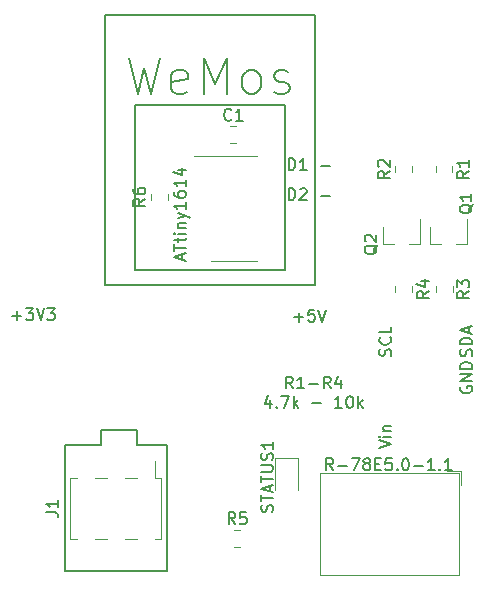
<source format=gto>
G04 #@! TF.GenerationSoftware,KiCad,Pcbnew,(5.1.5-0-10_14)*
G04 #@! TF.CreationDate,2020-10-21T13:28:45+02:00*
G04 #@! TF.ProjectId,ithowifi,6974686f-7769-4666-992e-6b696361645f,rev?*
G04 #@! TF.SameCoordinates,Original*
G04 #@! TF.FileFunction,Legend,Top*
G04 #@! TF.FilePolarity,Positive*
%FSLAX46Y46*%
G04 Gerber Fmt 4.6, Leading zero omitted, Abs format (unit mm)*
G04 Created by KiCad (PCBNEW (5.1.5-0-10_14)) date 2020-10-21 13:28:45*
%MOMM*%
%LPD*%
G04 APERTURE LIST*
%ADD10C,0.150000*%
%ADD11C,0.120000*%
G04 APERTURE END LIST*
D10*
X98806000Y-149352000D02*
X98806000Y-138684000D01*
X90170000Y-149352000D02*
X98806000Y-149352000D01*
X90170000Y-138684000D02*
X90170000Y-149352000D01*
X93218000Y-138684000D02*
X90170000Y-138684000D01*
X93218000Y-137414000D02*
X93218000Y-138684000D01*
X96266000Y-137414000D02*
X93218000Y-137414000D01*
X96266000Y-138684000D02*
X96266000Y-137414000D01*
X98806000Y-138684000D02*
X96266000Y-138684000D01*
X109132904Y-117927380D02*
X109132904Y-116927380D01*
X109371000Y-116927380D01*
X109513857Y-116975000D01*
X109609095Y-117070238D01*
X109656714Y-117165476D01*
X109704333Y-117355952D01*
X109704333Y-117498809D01*
X109656714Y-117689285D01*
X109609095Y-117784523D01*
X109513857Y-117879761D01*
X109371000Y-117927380D01*
X109132904Y-117927380D01*
X110085285Y-117022619D02*
X110132904Y-116975000D01*
X110228142Y-116927380D01*
X110466238Y-116927380D01*
X110561476Y-116975000D01*
X110609095Y-117022619D01*
X110656714Y-117117857D01*
X110656714Y-117213095D01*
X110609095Y-117355952D01*
X110037666Y-117927380D01*
X110656714Y-117927380D01*
X111847190Y-117546428D02*
X112609095Y-117546428D01*
X109132904Y-115387380D02*
X109132904Y-114387380D01*
X109371000Y-114387380D01*
X109513857Y-114435000D01*
X109609095Y-114530238D01*
X109656714Y-114625476D01*
X109704333Y-114815952D01*
X109704333Y-114958809D01*
X109656714Y-115149285D01*
X109609095Y-115244523D01*
X109513857Y-115339761D01*
X109371000Y-115387380D01*
X109132904Y-115387380D01*
X110656714Y-115387380D02*
X110085285Y-115387380D01*
X110371000Y-115387380D02*
X110371000Y-114387380D01*
X110275761Y-114530238D01*
X110180523Y-114625476D01*
X110085285Y-114673095D01*
X111847190Y-115006428D02*
X112609095Y-115006428D01*
X85741095Y-127706428D02*
X86503000Y-127706428D01*
X86122047Y-128087380D02*
X86122047Y-127325476D01*
X86883952Y-127087380D02*
X87503000Y-127087380D01*
X87169666Y-127468333D01*
X87312523Y-127468333D01*
X87407761Y-127515952D01*
X87455380Y-127563571D01*
X87503000Y-127658809D01*
X87503000Y-127896904D01*
X87455380Y-127992142D01*
X87407761Y-128039761D01*
X87312523Y-128087380D01*
X87026809Y-128087380D01*
X86931571Y-128039761D01*
X86883952Y-127992142D01*
X87788714Y-127087380D02*
X88122047Y-128087380D01*
X88455380Y-127087380D01*
X88693476Y-127087380D02*
X89312523Y-127087380D01*
X88979190Y-127468333D01*
X89122047Y-127468333D01*
X89217285Y-127515952D01*
X89264904Y-127563571D01*
X89312523Y-127658809D01*
X89312523Y-127896904D01*
X89264904Y-127992142D01*
X89217285Y-128039761D01*
X89122047Y-128087380D01*
X88836333Y-128087380D01*
X88741095Y-128039761D01*
X88693476Y-127992142D01*
X109585285Y-127833428D02*
X110347190Y-127833428D01*
X109966238Y-128214380D02*
X109966238Y-127452476D01*
X111299571Y-127214380D02*
X110823380Y-127214380D01*
X110775761Y-127690571D01*
X110823380Y-127642952D01*
X110918619Y-127595333D01*
X111156714Y-127595333D01*
X111251952Y-127642952D01*
X111299571Y-127690571D01*
X111347190Y-127785809D01*
X111347190Y-128023904D01*
X111299571Y-128119142D01*
X111251952Y-128166761D01*
X111156714Y-128214380D01*
X110918619Y-128214380D01*
X110823380Y-128166761D01*
X110775761Y-128119142D01*
X111632904Y-127214380D02*
X111966238Y-128214380D01*
X112299571Y-127214380D01*
X109490095Y-133866380D02*
X109156761Y-133390190D01*
X108918666Y-133866380D02*
X108918666Y-132866380D01*
X109299619Y-132866380D01*
X109394857Y-132914000D01*
X109442476Y-132961619D01*
X109490095Y-133056857D01*
X109490095Y-133199714D01*
X109442476Y-133294952D01*
X109394857Y-133342571D01*
X109299619Y-133390190D01*
X108918666Y-133390190D01*
X110442476Y-133866380D02*
X109871047Y-133866380D01*
X110156761Y-133866380D02*
X110156761Y-132866380D01*
X110061523Y-133009238D01*
X109966285Y-133104476D01*
X109871047Y-133152095D01*
X110871047Y-133485428D02*
X111632952Y-133485428D01*
X112680571Y-133866380D02*
X112347238Y-133390190D01*
X112109142Y-133866380D02*
X112109142Y-132866380D01*
X112490095Y-132866380D01*
X112585333Y-132914000D01*
X112632952Y-132961619D01*
X112680571Y-133056857D01*
X112680571Y-133199714D01*
X112632952Y-133294952D01*
X112585333Y-133342571D01*
X112490095Y-133390190D01*
X112109142Y-133390190D01*
X113537714Y-133199714D02*
X113537714Y-133866380D01*
X113299619Y-132818761D02*
X113061523Y-133533047D01*
X113680571Y-133533047D01*
X107585333Y-134849714D02*
X107585333Y-135516380D01*
X107347238Y-134468761D02*
X107109142Y-135183047D01*
X107728190Y-135183047D01*
X108109142Y-135421142D02*
X108156761Y-135468761D01*
X108109142Y-135516380D01*
X108061523Y-135468761D01*
X108109142Y-135421142D01*
X108109142Y-135516380D01*
X108490095Y-134516380D02*
X109156761Y-134516380D01*
X108728190Y-135516380D01*
X109537714Y-135516380D02*
X109537714Y-134516380D01*
X109632952Y-135135428D02*
X109918666Y-135516380D01*
X109918666Y-134849714D02*
X109537714Y-135230666D01*
X111109142Y-135135428D02*
X111871047Y-135135428D01*
X113632952Y-135516380D02*
X113061523Y-135516380D01*
X113347238Y-135516380D02*
X113347238Y-134516380D01*
X113252000Y-134659238D01*
X113156761Y-134754476D01*
X113061523Y-134802095D01*
X114252000Y-134516380D02*
X114347238Y-134516380D01*
X114442476Y-134564000D01*
X114490095Y-134611619D01*
X114537714Y-134706857D01*
X114585333Y-134897333D01*
X114585333Y-135135428D01*
X114537714Y-135325904D01*
X114490095Y-135421142D01*
X114442476Y-135468761D01*
X114347238Y-135516380D01*
X114252000Y-135516380D01*
X114156761Y-135468761D01*
X114109142Y-135421142D01*
X114061523Y-135325904D01*
X114013904Y-135135428D01*
X114013904Y-134897333D01*
X114061523Y-134706857D01*
X114109142Y-134611619D01*
X114156761Y-134564000D01*
X114252000Y-134516380D01*
X115013904Y-135516380D02*
X115013904Y-134516380D01*
X115109142Y-135135428D02*
X115394857Y-135516380D01*
X115394857Y-134849714D02*
X115013904Y-135230666D01*
X116800380Y-138945809D02*
X117800380Y-138612476D01*
X116800380Y-138279142D01*
X117800380Y-137945809D02*
X117133714Y-137945809D01*
X116800380Y-137945809D02*
X116848000Y-137993428D01*
X116895619Y-137945809D01*
X116848000Y-137898190D01*
X116800380Y-137945809D01*
X116895619Y-137945809D01*
X117133714Y-137469619D02*
X117800380Y-137469619D01*
X117228952Y-137469619D02*
X117181333Y-137422000D01*
X117133714Y-137326761D01*
X117133714Y-137183904D01*
X117181333Y-137088666D01*
X117276571Y-137041047D01*
X117800380Y-137041047D01*
X123706000Y-133730904D02*
X123658380Y-133826142D01*
X123658380Y-133969000D01*
X123706000Y-134111857D01*
X123801238Y-134207095D01*
X123896476Y-134254714D01*
X124086952Y-134302333D01*
X124229809Y-134302333D01*
X124420285Y-134254714D01*
X124515523Y-134207095D01*
X124610761Y-134111857D01*
X124658380Y-133969000D01*
X124658380Y-133873761D01*
X124610761Y-133730904D01*
X124563142Y-133683285D01*
X124229809Y-133683285D01*
X124229809Y-133873761D01*
X124658380Y-133254714D02*
X123658380Y-133254714D01*
X124658380Y-132683285D01*
X123658380Y-132683285D01*
X124658380Y-132207095D02*
X123658380Y-132207095D01*
X123658380Y-131969000D01*
X123706000Y-131826142D01*
X123801238Y-131730904D01*
X123896476Y-131683285D01*
X124086952Y-131635666D01*
X124229809Y-131635666D01*
X124420285Y-131683285D01*
X124515523Y-131730904D01*
X124610761Y-131826142D01*
X124658380Y-131969000D01*
X124658380Y-132207095D01*
X117752761Y-131111476D02*
X117800380Y-130968619D01*
X117800380Y-130730523D01*
X117752761Y-130635285D01*
X117705142Y-130587666D01*
X117609904Y-130540047D01*
X117514666Y-130540047D01*
X117419428Y-130587666D01*
X117371809Y-130635285D01*
X117324190Y-130730523D01*
X117276571Y-130921000D01*
X117228952Y-131016238D01*
X117181333Y-131063857D01*
X117086095Y-131111476D01*
X116990857Y-131111476D01*
X116895619Y-131063857D01*
X116848000Y-131016238D01*
X116800380Y-130921000D01*
X116800380Y-130682904D01*
X116848000Y-130540047D01*
X117705142Y-129540047D02*
X117752761Y-129587666D01*
X117800380Y-129730523D01*
X117800380Y-129825761D01*
X117752761Y-129968619D01*
X117657523Y-130063857D01*
X117562285Y-130111476D01*
X117371809Y-130159095D01*
X117228952Y-130159095D01*
X117038476Y-130111476D01*
X116943238Y-130063857D01*
X116848000Y-129968619D01*
X116800380Y-129825761D01*
X116800380Y-129730523D01*
X116848000Y-129587666D01*
X116895619Y-129540047D01*
X117800380Y-128635285D02*
X117800380Y-129111476D01*
X116800380Y-129111476D01*
X124610761Y-131135285D02*
X124658380Y-130992428D01*
X124658380Y-130754333D01*
X124610761Y-130659095D01*
X124563142Y-130611476D01*
X124467904Y-130563857D01*
X124372666Y-130563857D01*
X124277428Y-130611476D01*
X124229809Y-130659095D01*
X124182190Y-130754333D01*
X124134571Y-130944809D01*
X124086952Y-131040047D01*
X124039333Y-131087666D01*
X123944095Y-131135285D01*
X123848857Y-131135285D01*
X123753619Y-131087666D01*
X123706000Y-131040047D01*
X123658380Y-130944809D01*
X123658380Y-130706714D01*
X123706000Y-130563857D01*
X124658380Y-130135285D02*
X123658380Y-130135285D01*
X123658380Y-129897190D01*
X123706000Y-129754333D01*
X123801238Y-129659095D01*
X123896476Y-129611476D01*
X124086952Y-129563857D01*
X124229809Y-129563857D01*
X124420285Y-129611476D01*
X124515523Y-129659095D01*
X124610761Y-129754333D01*
X124658380Y-129897190D01*
X124658380Y-130135285D01*
X124372666Y-129182904D02*
X124372666Y-128706714D01*
X124658380Y-129278142D02*
X123658380Y-128944809D01*
X124658380Y-128611476D01*
D11*
X108006000Y-139793000D02*
X108006000Y-142478000D01*
X109926000Y-139793000D02*
X108006000Y-139793000D01*
X109926000Y-142478000D02*
X109926000Y-139793000D01*
X98881000Y-117908578D02*
X98881000Y-117391422D01*
X97461000Y-117908578D02*
X97461000Y-117391422D01*
X104516422Y-147268000D02*
X105033578Y-147268000D01*
X104516422Y-145848000D02*
X105033578Y-145848000D01*
X118162000Y-125217422D02*
X118162000Y-125734578D01*
X119582000Y-125217422D02*
X119582000Y-125734578D01*
X121591000Y-125217422D02*
X121591000Y-125734578D01*
X123011000Y-125217422D02*
X123011000Y-125734578D01*
X119582000Y-115571578D02*
X119582000Y-115054422D01*
X118162000Y-115571578D02*
X118162000Y-115054422D01*
X121565600Y-115054422D02*
X121565600Y-115571578D01*
X122985600Y-115054422D02*
X122985600Y-115571578D01*
X104191422Y-113105000D02*
X104708578Y-113105000D01*
X104191422Y-111685000D02*
X104708578Y-111685000D01*
X117104000Y-121664000D02*
X117104000Y-120204000D01*
X120264000Y-121664000D02*
X120264000Y-119504000D01*
X120264000Y-121664000D02*
X119334000Y-121664000D01*
X117104000Y-121664000D02*
X118034000Y-121664000D01*
X121102000Y-121664000D02*
X121102000Y-120204000D01*
X124262000Y-121664000D02*
X124262000Y-119504000D01*
X124262000Y-121664000D02*
X123332000Y-121664000D01*
X121102000Y-121664000D02*
X122032000Y-121664000D01*
X104521000Y-114183000D02*
X101071000Y-114183000D01*
X104521000Y-114183000D02*
X106471000Y-114183000D01*
X104521000Y-123053000D02*
X102571000Y-123053000D01*
X104521000Y-123053000D02*
X106471000Y-123053000D01*
X93728000Y-146618000D02*
X92708000Y-146618000D01*
X93728000Y-141418000D02*
X92708000Y-141418000D01*
X96268000Y-146618000D02*
X95248000Y-146618000D01*
X96268000Y-141418000D02*
X95248000Y-141418000D01*
X91188000Y-146618000D02*
X90618000Y-146618000D01*
X91188000Y-141418000D02*
X90618000Y-141418000D01*
X98358000Y-146618000D02*
X97788000Y-146618000D01*
X98358000Y-141418000D02*
X97788000Y-141418000D01*
X97788000Y-139978000D02*
X97788000Y-141418000D01*
X90618000Y-141418000D02*
X90618000Y-146618000D01*
X98358000Y-141418000D02*
X98358000Y-146618000D01*
X123753000Y-140829000D02*
X122513000Y-140829000D01*
X123753000Y-142069000D02*
X123753000Y-140829000D01*
X111792000Y-149689000D02*
X111792000Y-141069000D01*
X123513000Y-149689000D02*
X123513000Y-141069000D01*
X123513000Y-141069000D02*
X111792000Y-141069000D01*
X123513000Y-149689000D02*
X111792000Y-149689000D01*
D10*
X111379000Y-102235000D02*
X111379000Y-125095000D01*
X93599000Y-102235000D02*
X111379000Y-102235000D01*
X93599000Y-125095000D02*
X93599000Y-102235000D01*
X111379000Y-125095000D02*
X93599000Y-125095000D01*
X96139000Y-123825000D02*
X108839000Y-123825000D01*
X96139000Y-109855000D02*
X96139000Y-123825000D01*
X108839000Y-109855000D02*
X96139000Y-109855000D01*
X108839000Y-123825000D02*
X108839000Y-109855000D01*
X107754761Y-144302380D02*
X107802380Y-144159523D01*
X107802380Y-143921428D01*
X107754761Y-143826190D01*
X107707142Y-143778571D01*
X107611904Y-143730952D01*
X107516666Y-143730952D01*
X107421428Y-143778571D01*
X107373809Y-143826190D01*
X107326190Y-143921428D01*
X107278571Y-144111904D01*
X107230952Y-144207142D01*
X107183333Y-144254761D01*
X107088095Y-144302380D01*
X106992857Y-144302380D01*
X106897619Y-144254761D01*
X106850000Y-144207142D01*
X106802380Y-144111904D01*
X106802380Y-143873809D01*
X106850000Y-143730952D01*
X106802380Y-143445238D02*
X106802380Y-142873809D01*
X107802380Y-143159523D02*
X106802380Y-143159523D01*
X107516666Y-142588095D02*
X107516666Y-142111904D01*
X107802380Y-142683333D02*
X106802380Y-142350000D01*
X107802380Y-142016666D01*
X106802380Y-141826190D02*
X106802380Y-141254761D01*
X107802380Y-141540476D02*
X106802380Y-141540476D01*
X106802380Y-140921428D02*
X107611904Y-140921428D01*
X107707142Y-140873809D01*
X107754761Y-140826190D01*
X107802380Y-140730952D01*
X107802380Y-140540476D01*
X107754761Y-140445238D01*
X107707142Y-140397619D01*
X107611904Y-140350000D01*
X106802380Y-140350000D01*
X107754761Y-139921428D02*
X107802380Y-139778571D01*
X107802380Y-139540476D01*
X107754761Y-139445238D01*
X107707142Y-139397619D01*
X107611904Y-139350000D01*
X107516666Y-139350000D01*
X107421428Y-139397619D01*
X107373809Y-139445238D01*
X107326190Y-139540476D01*
X107278571Y-139730952D01*
X107230952Y-139826190D01*
X107183333Y-139873809D01*
X107088095Y-139921428D01*
X106992857Y-139921428D01*
X106897619Y-139873809D01*
X106850000Y-139826190D01*
X106802380Y-139730952D01*
X106802380Y-139492857D01*
X106850000Y-139350000D01*
X107802380Y-138397619D02*
X107802380Y-138969047D01*
X107802380Y-138683333D02*
X106802380Y-138683333D01*
X106945238Y-138778571D01*
X107040476Y-138873809D01*
X107088095Y-138969047D01*
X96973380Y-117816666D02*
X96497190Y-118150000D01*
X96973380Y-118388095D02*
X95973380Y-118388095D01*
X95973380Y-118007142D01*
X96021000Y-117911904D01*
X96068619Y-117864285D01*
X96163857Y-117816666D01*
X96306714Y-117816666D01*
X96401952Y-117864285D01*
X96449571Y-117911904D01*
X96497190Y-118007142D01*
X96497190Y-118388095D01*
X95973380Y-116959523D02*
X95973380Y-117150000D01*
X96021000Y-117245238D01*
X96068619Y-117292857D01*
X96211476Y-117388095D01*
X96401952Y-117435714D01*
X96782904Y-117435714D01*
X96878142Y-117388095D01*
X96925761Y-117340476D01*
X96973380Y-117245238D01*
X96973380Y-117054761D01*
X96925761Y-116959523D01*
X96878142Y-116911904D01*
X96782904Y-116864285D01*
X96544809Y-116864285D01*
X96449571Y-116911904D01*
X96401952Y-116959523D01*
X96354333Y-117054761D01*
X96354333Y-117245238D01*
X96401952Y-117340476D01*
X96449571Y-117388095D01*
X96544809Y-117435714D01*
X104608333Y-145360380D02*
X104275000Y-144884190D01*
X104036904Y-145360380D02*
X104036904Y-144360380D01*
X104417857Y-144360380D01*
X104513095Y-144408000D01*
X104560714Y-144455619D01*
X104608333Y-144550857D01*
X104608333Y-144693714D01*
X104560714Y-144788952D01*
X104513095Y-144836571D01*
X104417857Y-144884190D01*
X104036904Y-144884190D01*
X105513095Y-144360380D02*
X105036904Y-144360380D01*
X104989285Y-144836571D01*
X105036904Y-144788952D01*
X105132142Y-144741333D01*
X105370238Y-144741333D01*
X105465476Y-144788952D01*
X105513095Y-144836571D01*
X105560714Y-144931809D01*
X105560714Y-145169904D01*
X105513095Y-145265142D01*
X105465476Y-145312761D01*
X105370238Y-145360380D01*
X105132142Y-145360380D01*
X105036904Y-145312761D01*
X104989285Y-145265142D01*
X120974380Y-125642666D02*
X120498190Y-125976000D01*
X120974380Y-126214095D02*
X119974380Y-126214095D01*
X119974380Y-125833142D01*
X120022000Y-125737904D01*
X120069619Y-125690285D01*
X120164857Y-125642666D01*
X120307714Y-125642666D01*
X120402952Y-125690285D01*
X120450571Y-125737904D01*
X120498190Y-125833142D01*
X120498190Y-126214095D01*
X120307714Y-124785523D02*
X120974380Y-124785523D01*
X119926761Y-125023619D02*
X120641047Y-125261714D01*
X120641047Y-124642666D01*
X124403380Y-125642666D02*
X123927190Y-125976000D01*
X124403380Y-126214095D02*
X123403380Y-126214095D01*
X123403380Y-125833142D01*
X123451000Y-125737904D01*
X123498619Y-125690285D01*
X123593857Y-125642666D01*
X123736714Y-125642666D01*
X123831952Y-125690285D01*
X123879571Y-125737904D01*
X123927190Y-125833142D01*
X123927190Y-126214095D01*
X123403380Y-125309333D02*
X123403380Y-124690285D01*
X123784333Y-125023619D01*
X123784333Y-124880761D01*
X123831952Y-124785523D01*
X123879571Y-124737904D01*
X123974809Y-124690285D01*
X124212904Y-124690285D01*
X124308142Y-124737904D01*
X124355761Y-124785523D01*
X124403380Y-124880761D01*
X124403380Y-125166476D01*
X124355761Y-125261714D01*
X124308142Y-125309333D01*
X117674380Y-115479666D02*
X117198190Y-115813000D01*
X117674380Y-116051095D02*
X116674380Y-116051095D01*
X116674380Y-115670142D01*
X116722000Y-115574904D01*
X116769619Y-115527285D01*
X116864857Y-115479666D01*
X117007714Y-115479666D01*
X117102952Y-115527285D01*
X117150571Y-115574904D01*
X117198190Y-115670142D01*
X117198190Y-116051095D01*
X116769619Y-115098714D02*
X116722000Y-115051095D01*
X116674380Y-114955857D01*
X116674380Y-114717761D01*
X116722000Y-114622523D01*
X116769619Y-114574904D01*
X116864857Y-114527285D01*
X116960095Y-114527285D01*
X117102952Y-114574904D01*
X117674380Y-115146333D01*
X117674380Y-114527285D01*
X124377980Y-115479666D02*
X123901790Y-115813000D01*
X124377980Y-116051095D02*
X123377980Y-116051095D01*
X123377980Y-115670142D01*
X123425600Y-115574904D01*
X123473219Y-115527285D01*
X123568457Y-115479666D01*
X123711314Y-115479666D01*
X123806552Y-115527285D01*
X123854171Y-115574904D01*
X123901790Y-115670142D01*
X123901790Y-116051095D01*
X124377980Y-114527285D02*
X124377980Y-115098714D01*
X124377980Y-114813000D02*
X123377980Y-114813000D01*
X123520838Y-114908238D01*
X123616076Y-115003476D01*
X123663695Y-115098714D01*
X104283333Y-111102142D02*
X104235714Y-111149761D01*
X104092857Y-111197380D01*
X103997619Y-111197380D01*
X103854761Y-111149761D01*
X103759523Y-111054523D01*
X103711904Y-110959285D01*
X103664285Y-110768809D01*
X103664285Y-110625952D01*
X103711904Y-110435476D01*
X103759523Y-110340238D01*
X103854761Y-110245000D01*
X103997619Y-110197380D01*
X104092857Y-110197380D01*
X104235714Y-110245000D01*
X104283333Y-110292619D01*
X105235714Y-111197380D02*
X104664285Y-111197380D01*
X104950000Y-111197380D02*
X104950000Y-110197380D01*
X104854761Y-110340238D01*
X104759523Y-110435476D01*
X104664285Y-110483095D01*
X116647619Y-121745238D02*
X116600000Y-121840476D01*
X116504761Y-121935714D01*
X116361904Y-122078571D01*
X116314285Y-122173809D01*
X116314285Y-122269047D01*
X116552380Y-122221428D02*
X116504761Y-122316666D01*
X116409523Y-122411904D01*
X116219047Y-122459523D01*
X115885714Y-122459523D01*
X115695238Y-122411904D01*
X115600000Y-122316666D01*
X115552380Y-122221428D01*
X115552380Y-122030952D01*
X115600000Y-121935714D01*
X115695238Y-121840476D01*
X115885714Y-121792857D01*
X116219047Y-121792857D01*
X116409523Y-121840476D01*
X116504761Y-121935714D01*
X116552380Y-122030952D01*
X116552380Y-122221428D01*
X115647619Y-121411904D02*
X115600000Y-121364285D01*
X115552380Y-121269047D01*
X115552380Y-121030952D01*
X115600000Y-120935714D01*
X115647619Y-120888095D01*
X115742857Y-120840476D01*
X115838095Y-120840476D01*
X115980952Y-120888095D01*
X116552380Y-121459523D01*
X116552380Y-120840476D01*
X124697619Y-118295238D02*
X124650000Y-118390476D01*
X124554761Y-118485714D01*
X124411904Y-118628571D01*
X124364285Y-118723809D01*
X124364285Y-118819047D01*
X124602380Y-118771428D02*
X124554761Y-118866666D01*
X124459523Y-118961904D01*
X124269047Y-119009523D01*
X123935714Y-119009523D01*
X123745238Y-118961904D01*
X123650000Y-118866666D01*
X123602380Y-118771428D01*
X123602380Y-118580952D01*
X123650000Y-118485714D01*
X123745238Y-118390476D01*
X123935714Y-118342857D01*
X124269047Y-118342857D01*
X124459523Y-118390476D01*
X124554761Y-118485714D01*
X124602380Y-118580952D01*
X124602380Y-118771428D01*
X124602380Y-117390476D02*
X124602380Y-117961904D01*
X124602380Y-117676190D02*
X123602380Y-117676190D01*
X123745238Y-117771428D01*
X123840476Y-117866666D01*
X123888095Y-117961904D01*
X100115666Y-123006952D02*
X100115666Y-122530761D01*
X100401380Y-123102190D02*
X99401380Y-122768857D01*
X100401380Y-122435523D01*
X99401380Y-122245047D02*
X99401380Y-121673619D01*
X100401380Y-121959333D02*
X99401380Y-121959333D01*
X99734714Y-121483142D02*
X99734714Y-121102190D01*
X99401380Y-121340285D02*
X100258523Y-121340285D01*
X100353761Y-121292666D01*
X100401380Y-121197428D01*
X100401380Y-121102190D01*
X100401380Y-120768857D02*
X99734714Y-120768857D01*
X99401380Y-120768857D02*
X99449000Y-120816476D01*
X99496619Y-120768857D01*
X99449000Y-120721238D01*
X99401380Y-120768857D01*
X99496619Y-120768857D01*
X99734714Y-120292666D02*
X100401380Y-120292666D01*
X99829952Y-120292666D02*
X99782333Y-120245047D01*
X99734714Y-120149809D01*
X99734714Y-120006952D01*
X99782333Y-119911714D01*
X99877571Y-119864095D01*
X100401380Y-119864095D01*
X99734714Y-119483142D02*
X100401380Y-119245047D01*
X99734714Y-119006952D02*
X100401380Y-119245047D01*
X100639476Y-119340285D01*
X100687095Y-119387904D01*
X100734714Y-119483142D01*
X100401380Y-118102190D02*
X100401380Y-118673619D01*
X100401380Y-118387904D02*
X99401380Y-118387904D01*
X99544238Y-118483142D01*
X99639476Y-118578380D01*
X99687095Y-118673619D01*
X99401380Y-117245047D02*
X99401380Y-117435523D01*
X99449000Y-117530761D01*
X99496619Y-117578380D01*
X99639476Y-117673619D01*
X99829952Y-117721238D01*
X100210904Y-117721238D01*
X100306142Y-117673619D01*
X100353761Y-117626000D01*
X100401380Y-117530761D01*
X100401380Y-117340285D01*
X100353761Y-117245047D01*
X100306142Y-117197428D01*
X100210904Y-117149809D01*
X99972809Y-117149809D01*
X99877571Y-117197428D01*
X99829952Y-117245047D01*
X99782333Y-117340285D01*
X99782333Y-117530761D01*
X99829952Y-117626000D01*
X99877571Y-117673619D01*
X99972809Y-117721238D01*
X100401380Y-116197428D02*
X100401380Y-116768857D01*
X100401380Y-116483142D02*
X99401380Y-116483142D01*
X99544238Y-116578380D01*
X99639476Y-116673619D01*
X99687095Y-116768857D01*
X99734714Y-115340285D02*
X100401380Y-115340285D01*
X99353761Y-115578380D02*
X100068047Y-115816476D01*
X100068047Y-115197428D01*
X88606380Y-144351333D02*
X89320666Y-144351333D01*
X89463523Y-144398952D01*
X89558761Y-144494190D01*
X89606380Y-144637047D01*
X89606380Y-144732285D01*
X89606380Y-143351333D02*
X89606380Y-143922761D01*
X89606380Y-143637047D02*
X88606380Y-143637047D01*
X88749238Y-143732285D01*
X88844476Y-143827523D01*
X88892095Y-143922761D01*
X112887714Y-140787380D02*
X112554380Y-140311190D01*
X112316285Y-140787380D02*
X112316285Y-139787380D01*
X112697238Y-139787380D01*
X112792476Y-139835000D01*
X112840095Y-139882619D01*
X112887714Y-139977857D01*
X112887714Y-140120714D01*
X112840095Y-140215952D01*
X112792476Y-140263571D01*
X112697238Y-140311190D01*
X112316285Y-140311190D01*
X113316285Y-140406428D02*
X114078190Y-140406428D01*
X114459142Y-139787380D02*
X115125809Y-139787380D01*
X114697238Y-140787380D01*
X115649619Y-140215952D02*
X115554380Y-140168333D01*
X115506761Y-140120714D01*
X115459142Y-140025476D01*
X115459142Y-139977857D01*
X115506761Y-139882619D01*
X115554380Y-139835000D01*
X115649619Y-139787380D01*
X115840095Y-139787380D01*
X115935333Y-139835000D01*
X115982952Y-139882619D01*
X116030571Y-139977857D01*
X116030571Y-140025476D01*
X115982952Y-140120714D01*
X115935333Y-140168333D01*
X115840095Y-140215952D01*
X115649619Y-140215952D01*
X115554380Y-140263571D01*
X115506761Y-140311190D01*
X115459142Y-140406428D01*
X115459142Y-140596904D01*
X115506761Y-140692142D01*
X115554380Y-140739761D01*
X115649619Y-140787380D01*
X115840095Y-140787380D01*
X115935333Y-140739761D01*
X115982952Y-140692142D01*
X116030571Y-140596904D01*
X116030571Y-140406428D01*
X115982952Y-140311190D01*
X115935333Y-140263571D01*
X115840095Y-140215952D01*
X116459142Y-140263571D02*
X116792476Y-140263571D01*
X116935333Y-140787380D02*
X116459142Y-140787380D01*
X116459142Y-139787380D01*
X116935333Y-139787380D01*
X117840095Y-139787380D02*
X117363904Y-139787380D01*
X117316285Y-140263571D01*
X117363904Y-140215952D01*
X117459142Y-140168333D01*
X117697238Y-140168333D01*
X117792476Y-140215952D01*
X117840095Y-140263571D01*
X117887714Y-140358809D01*
X117887714Y-140596904D01*
X117840095Y-140692142D01*
X117792476Y-140739761D01*
X117697238Y-140787380D01*
X117459142Y-140787380D01*
X117363904Y-140739761D01*
X117316285Y-140692142D01*
X118316285Y-140692142D02*
X118363904Y-140739761D01*
X118316285Y-140787380D01*
X118268666Y-140739761D01*
X118316285Y-140692142D01*
X118316285Y-140787380D01*
X118982952Y-139787380D02*
X119078190Y-139787380D01*
X119173428Y-139835000D01*
X119221047Y-139882619D01*
X119268666Y-139977857D01*
X119316285Y-140168333D01*
X119316285Y-140406428D01*
X119268666Y-140596904D01*
X119221047Y-140692142D01*
X119173428Y-140739761D01*
X119078190Y-140787380D01*
X118982952Y-140787380D01*
X118887714Y-140739761D01*
X118840095Y-140692142D01*
X118792476Y-140596904D01*
X118744857Y-140406428D01*
X118744857Y-140168333D01*
X118792476Y-139977857D01*
X118840095Y-139882619D01*
X118887714Y-139835000D01*
X118982952Y-139787380D01*
X119744857Y-140406428D02*
X120506761Y-140406428D01*
X121506761Y-140787380D02*
X120935333Y-140787380D01*
X121221047Y-140787380D02*
X121221047Y-139787380D01*
X121125809Y-139930238D01*
X121030571Y-140025476D01*
X120935333Y-140073095D01*
X121935333Y-140692142D02*
X121982952Y-140739761D01*
X121935333Y-140787380D01*
X121887714Y-140739761D01*
X121935333Y-140692142D01*
X121935333Y-140787380D01*
X122935333Y-140787380D02*
X122363904Y-140787380D01*
X122649619Y-140787380D02*
X122649619Y-139787380D01*
X122554380Y-139930238D01*
X122459142Y-140025476D01*
X122363904Y-140073095D01*
X95631859Y-105926143D02*
X96346144Y-108926142D01*
X96917573Y-106783285D01*
X97489001Y-108926142D01*
X98203287Y-105926143D01*
X100489000Y-108783285D02*
X100203286Y-108926142D01*
X99631858Y-108926142D01*
X99346143Y-108783285D01*
X99203286Y-108497571D01*
X99203286Y-107354714D01*
X99346143Y-107069000D01*
X99631858Y-106926143D01*
X100203286Y-106926143D01*
X100489000Y-107069000D01*
X100631857Y-107354714D01*
X100631857Y-107640428D01*
X99203286Y-107926142D01*
X101917571Y-108926142D02*
X101917571Y-105926143D01*
X102917571Y-108068999D01*
X103917570Y-105926143D01*
X103917570Y-108926142D01*
X105774713Y-108926142D02*
X105488999Y-108783285D01*
X105346141Y-108640428D01*
X105203284Y-108354714D01*
X105203284Y-107497571D01*
X105346141Y-107211857D01*
X105488999Y-107069000D01*
X105774713Y-106926143D01*
X106203284Y-106926143D01*
X106488998Y-107069000D01*
X106631855Y-107211857D01*
X106774712Y-107497571D01*
X106774712Y-108354714D01*
X106631855Y-108640428D01*
X106488998Y-108783285D01*
X106203284Y-108926142D01*
X105774713Y-108926142D01*
X107917569Y-108783285D02*
X108203283Y-108926142D01*
X108774712Y-108926142D01*
X109060426Y-108783285D01*
X109203283Y-108497571D01*
X109203283Y-108354714D01*
X109060426Y-108068999D01*
X108774712Y-107926142D01*
X108346140Y-107926142D01*
X108060426Y-107783285D01*
X107917569Y-107497571D01*
X107917569Y-107354714D01*
X108060426Y-107069000D01*
X108346140Y-106926143D01*
X108774712Y-106926143D01*
X109060426Y-107069000D01*
M02*

</source>
